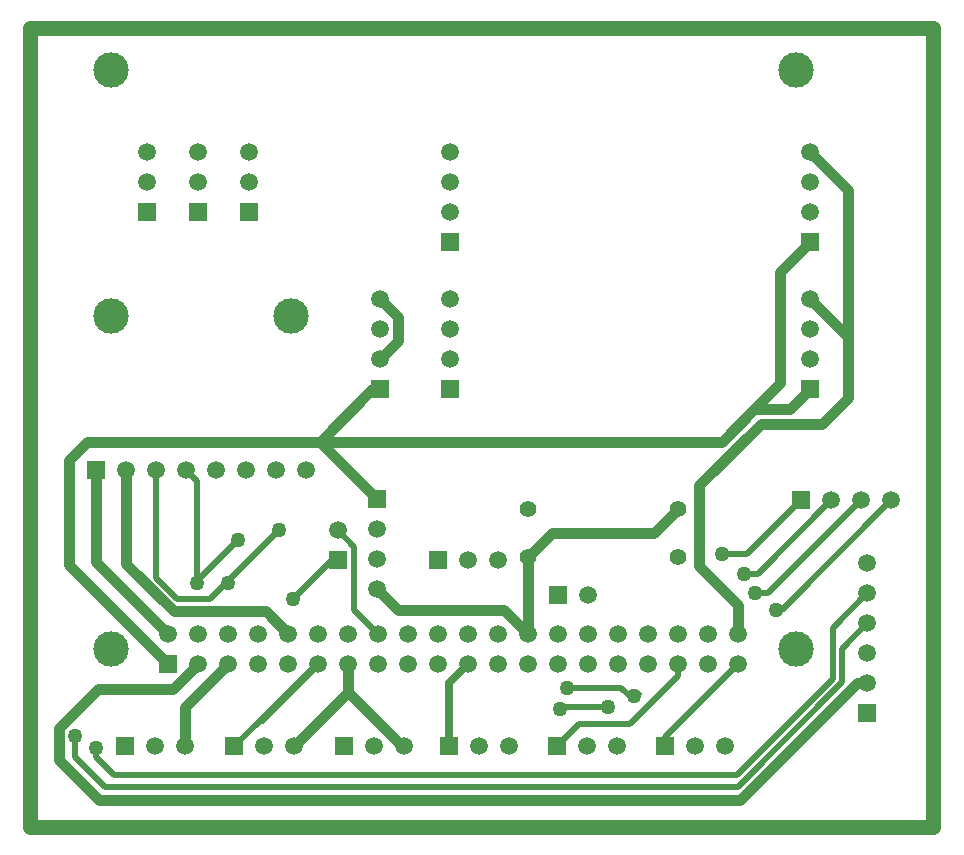
<source format=gtl>
G04 Layer_Physical_Order=1*
G04 Layer_Color=255*
%FSLAX44Y44*%
%MOMM*%
G71*
G01*
G75*
%ADD10C,0.9000*%
%ADD11C,0.7000*%
%ADD12C,0.5000*%
%ADD13C,1.2700*%
%ADD14C,3.0000*%
%ADD15C,1.5000*%
%ADD16R,1.5000X1.5000*%
%ADD17R,1.5000X1.5000*%
%ADD18C,1.4000*%
%ADD19C,1.2700*%
D10*
X985520Y831850D02*
X1004570Y812800D01*
X1385570D02*
Y836930D01*
X1478280Y1012190D02*
Y1064260D01*
X842010Y873760D02*
X902970Y812800D01*
X1398905Y1002665D02*
X1421130Y1024890D01*
X1429385Y1002665D02*
X1446530Y1019810D01*
X1398905Y1002665D02*
X1429385D01*
X1101090Y717550D02*
X1102360D01*
X1055370Y763270D02*
X1101090Y717550D01*
X916940D02*
Y750570D01*
X1421130Y1118870D02*
X1446530Y1144270D01*
X1421130Y1024890D02*
Y1118870D01*
X1478280Y1064260D02*
Y1188720D01*
X1446530Y1096010D02*
X1478280Y1064260D01*
X1446530Y1220470D02*
X1478280Y1188720D01*
X906780Y765810D02*
X928370Y787400D01*
X843280Y765810D02*
X906780D01*
X916940Y750570D02*
X953770Y787400D01*
X1055370Y763270D02*
Y787400D01*
X1009650Y717550D02*
X1055370Y763270D01*
X842010Y873760D02*
Y951230D01*
X819150Y871220D02*
X902970Y787400D01*
X1371600Y975360D02*
X1398905Y1002665D01*
X1031240Y975360D02*
X1079500Y927100D01*
X1031240Y975360D02*
X1371600D01*
X1031240D02*
X1075690Y1019810D01*
X1082040D01*
X1079500Y850900D02*
X1097280Y833120D01*
X1187450D01*
X1082040Y1045210D02*
X1097280Y1060450D01*
Y1080770D01*
X1082040Y1096010D02*
X1097280Y1080770D01*
X1404620Y990600D02*
X1456690D01*
X1478280Y1012190D01*
X819150Y871220D02*
Y960120D01*
X834390Y975360D01*
X1031240D01*
X810260Y706120D02*
Y732790D01*
X843280Y765810D01*
X810260Y706120D02*
X844550Y671830D01*
X867410Y871698D02*
X907258Y831850D01*
X867410Y871698D02*
Y951230D01*
X907258Y831850D02*
X985520D01*
X844550Y671830D02*
X1386840D01*
X1485900Y770890D01*
X1494790D01*
X1352550Y869950D02*
X1385570Y836930D01*
X1352550Y869950D02*
Y938530D01*
X1404620Y990600D01*
X1207700Y877570D02*
X1228020Y897890D01*
X1207700Y812870D02*
Y877570D01*
Y812870D02*
X1207770Y812800D01*
X1187450Y833120D02*
X1207700Y812870D01*
X1228020Y897890D02*
X1314420D01*
X1334740Y918210D01*
D11*
X1140460Y770890D02*
X1156970Y787400D01*
X1140460Y717550D02*
Y770890D01*
X982345Y739775D02*
X1029970Y787400D01*
D12*
X958850Y717550D02*
X981075Y739775D01*
X982345D01*
X1323340Y725170D02*
X1385570Y787400D01*
X1299210Y762000D02*
X1301750D01*
X1323340Y717550D02*
Y725170D01*
X918210Y951230D02*
X927100Y942340D01*
X1008380Y842010D02*
X1041400Y875030D01*
X1046480D01*
X1060450Y833120D02*
X1080770Y812800D01*
X1060450Y833120D02*
Y886460D01*
X1046480Y900430D02*
X1060450Y886460D01*
X1402080Y863600D02*
X1464310Y925830D01*
X1390650Y863600D02*
X1402080D01*
X1334770Y777240D02*
Y787400D01*
X927100Y857250D02*
Y942340D01*
X938530Y842010D02*
X953770Y857250D01*
Y855980D02*
Y857250D01*
X927100D02*
X962025Y892175D01*
X927100Y855980D02*
Y857250D01*
X953770D02*
X996950Y900430D01*
X1273810Y749300D02*
X1277620D01*
X1250950Y736600D02*
X1294130D01*
X1334770Y777240D01*
X1234440Y749300D02*
X1235710Y750570D01*
X1275080D01*
X1231900Y717550D02*
X1250950Y736600D01*
X1295400Y758190D02*
X1297305Y760095D01*
X1299210Y762000D01*
X1473200Y800100D02*
X1494790Y821690D01*
X1465660Y817960D02*
X1494790Y847090D01*
X892810Y859790D02*
Y951230D01*
Y859790D02*
X910590Y842010D01*
X938530D01*
X1371600Y880110D02*
X1393190D01*
X1438910Y925830D01*
X1384778Y683260D02*
X1473200Y771682D01*
Y800100D01*
X857250Y693420D02*
X1384275D01*
X1465660Y774805D01*
Y817960D01*
X1417320Y833120D02*
X1422400D01*
X1515110Y925830D01*
X1410970Y847090D02*
X1489710Y925830D01*
X1399540Y847090D02*
X1410970D01*
X842010Y708660D02*
X857250Y693420D01*
X842010Y708660D02*
Y716280D01*
X1240790Y767080D02*
X1286510D01*
X1295400Y758190D01*
X849630Y683260D02*
X1384778D01*
X824230Y708660D02*
Y726440D01*
Y708660D02*
X849630Y683260D01*
D13*
X786130Y1325880D02*
X1550670D01*
Y648970D02*
Y1325880D01*
X786130Y648970D02*
X1550670D01*
X786130D02*
Y1325880D01*
D14*
X1007110Y1082000D02*
D03*
X1434250Y800100D02*
D03*
X854350D02*
D03*
X1434250Y1290100D02*
D03*
X854710Y1082000D02*
D03*
X854350Y1290100D02*
D03*
D15*
X1046480Y900430D02*
D03*
X1079500Y850900D02*
D03*
Y876300D02*
D03*
Y901700D02*
D03*
X1446530Y1220470D02*
D03*
Y1195070D02*
D03*
Y1169670D02*
D03*
Y1096010D02*
D03*
Y1070610D02*
D03*
Y1045210D02*
D03*
X1494790Y847090D02*
D03*
Y821690D02*
D03*
Y796290D02*
D03*
Y770890D02*
D03*
X916940Y717550D02*
D03*
X1009650D02*
D03*
X1102360D02*
D03*
X1191260D02*
D03*
X1282700D02*
D03*
X1082040Y1045210D02*
D03*
Y1070610D02*
D03*
Y1096010D02*
D03*
X1374140Y717550D02*
D03*
X1258570Y845820D02*
D03*
X1464310Y925830D02*
D03*
X1489710D02*
D03*
X1515110D02*
D03*
X918210Y951230D02*
D03*
X892810D02*
D03*
X867410D02*
D03*
X902970Y812800D02*
D03*
X928370Y787400D02*
D03*
Y812800D02*
D03*
X953770Y787400D02*
D03*
Y812800D02*
D03*
X979170Y787400D02*
D03*
Y812800D02*
D03*
X1004570Y787400D02*
D03*
Y812800D02*
D03*
X1029970Y787400D02*
D03*
Y812800D02*
D03*
X1055370Y787400D02*
D03*
Y812800D02*
D03*
X1080770Y787400D02*
D03*
Y812800D02*
D03*
X1106170Y787400D02*
D03*
Y812800D02*
D03*
X1131570Y787400D02*
D03*
Y812800D02*
D03*
X1156970Y787400D02*
D03*
Y812800D02*
D03*
X1182370Y787400D02*
D03*
Y812800D02*
D03*
X1207770Y787400D02*
D03*
Y812800D02*
D03*
X1233170Y787400D02*
D03*
Y812800D02*
D03*
X1258570Y787400D02*
D03*
Y812800D02*
D03*
X1283970Y787400D02*
D03*
Y812800D02*
D03*
X1309370Y787400D02*
D03*
Y812800D02*
D03*
X1334770Y787400D02*
D03*
Y812800D02*
D03*
X1360170Y787400D02*
D03*
Y812800D02*
D03*
X1385570Y787400D02*
D03*
Y812800D02*
D03*
X1182370Y875030D02*
D03*
X1156970D02*
D03*
X1494790Y872490D02*
D03*
X891540Y717550D02*
D03*
X984250D02*
D03*
X1076960D02*
D03*
X1165860D02*
D03*
X1257300D02*
D03*
X1348740D02*
D03*
X1019810Y951230D02*
D03*
X994410D02*
D03*
X969010D02*
D03*
X943610D02*
D03*
X885190Y1220470D02*
D03*
Y1195070D02*
D03*
X928370Y1220470D02*
D03*
Y1195070D02*
D03*
X971550Y1220470D02*
D03*
Y1195070D02*
D03*
X1141730Y1096010D02*
D03*
Y1070610D02*
D03*
Y1045210D02*
D03*
Y1220470D02*
D03*
Y1195070D02*
D03*
Y1169670D02*
D03*
D16*
X1046480Y875030D02*
D03*
X1079500Y927100D02*
D03*
X1446530Y1144270D02*
D03*
Y1019810D02*
D03*
X1082040D02*
D03*
X1494790Y745490D02*
D03*
X885190Y1169670D02*
D03*
X928370D02*
D03*
X971550D02*
D03*
X1141730Y1019810D02*
D03*
Y1144270D02*
D03*
D17*
X866140Y717550D02*
D03*
X958850D02*
D03*
X1051560D02*
D03*
X1140460D02*
D03*
X1231900D02*
D03*
X1323340D02*
D03*
X1438910Y925830D02*
D03*
X842010Y951230D02*
D03*
X902970Y787400D02*
D03*
X1131570Y875030D02*
D03*
X1233170Y845820D02*
D03*
D18*
X1207700Y877570D02*
D03*
X1334770D02*
D03*
X1207700Y918210D02*
D03*
X1334740D02*
D03*
D19*
X1417320Y833120D02*
D03*
X962025Y892175D02*
D03*
X1390650Y863600D02*
D03*
X1371600Y880110D02*
D03*
X1008380Y842010D02*
D03*
X1234440Y749300D02*
D03*
X953770Y855980D02*
D03*
X927100D02*
D03*
X824230Y726440D02*
D03*
X996950Y900430D02*
D03*
X1275080Y750570D02*
D03*
X1297305Y760095D02*
D03*
X1399540Y847090D02*
D03*
X842010Y716280D02*
D03*
X1240790Y767080D02*
D03*
M02*

</source>
